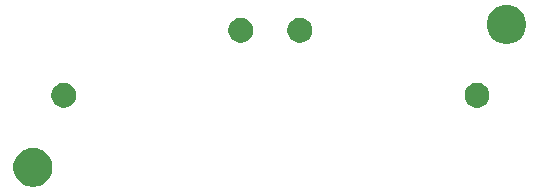
<source format=gbr>
G04 #@! TF.GenerationSoftware,KiCad,Pcbnew,(5.1.5)-3*
G04 #@! TF.CreationDate,2020-05-31T13:11:01+03:00*
G04 #@! TF.ProjectId,voltlog scope shunt,766f6c74-6c6f-4672-9073-636f70652073,rev?*
G04 #@! TF.SameCoordinates,Original*
G04 #@! TF.FileFunction,Soldermask,Bot*
G04 #@! TF.FilePolarity,Negative*
%FSLAX46Y46*%
G04 Gerber Fmt 4.6, Leading zero omitted, Abs format (unit mm)*
G04 Created by KiCad (PCBNEW (5.1.5)-3) date 2020-05-31 13:11:01*
%MOMM*%
%LPD*%
G04 APERTURE LIST*
%ADD10C,0.100000*%
G04 APERTURE END LIST*
D10*
G36*
X114775256Y-92991298D02*
G01*
X114881579Y-93012447D01*
X115182042Y-93136903D01*
X115452451Y-93317585D01*
X115682415Y-93547549D01*
X115863097Y-93817958D01*
X115987553Y-94118421D01*
X116051000Y-94437391D01*
X116051000Y-94762609D01*
X115987553Y-95081579D01*
X115863097Y-95382042D01*
X115682415Y-95652451D01*
X115452451Y-95882415D01*
X115182042Y-96063097D01*
X114881579Y-96187553D01*
X114775256Y-96208702D01*
X114562611Y-96251000D01*
X114237389Y-96251000D01*
X114024744Y-96208702D01*
X113918421Y-96187553D01*
X113617958Y-96063097D01*
X113347549Y-95882415D01*
X113117585Y-95652451D01*
X112936903Y-95382042D01*
X112812447Y-95081579D01*
X112749000Y-94762609D01*
X112749000Y-94437391D01*
X112812447Y-94118421D01*
X112936903Y-93817958D01*
X113117585Y-93547549D01*
X113347549Y-93317585D01*
X113617958Y-93136903D01*
X113918421Y-93012447D01*
X114024744Y-92991298D01*
X114237389Y-92949000D01*
X114562611Y-92949000D01*
X114775256Y-92991298D01*
G37*
G36*
X152306564Y-87489389D02*
G01*
X152497833Y-87568615D01*
X152497835Y-87568616D01*
X152669973Y-87683635D01*
X152816365Y-87830027D01*
X152931385Y-88002167D01*
X153010611Y-88193436D01*
X153051000Y-88396484D01*
X153051000Y-88603516D01*
X153010611Y-88806564D01*
X152931385Y-88997833D01*
X152931384Y-88997835D01*
X152816365Y-89169973D01*
X152669973Y-89316365D01*
X152497835Y-89431384D01*
X152497834Y-89431385D01*
X152497833Y-89431385D01*
X152306564Y-89510611D01*
X152103516Y-89551000D01*
X151896484Y-89551000D01*
X151693436Y-89510611D01*
X151502167Y-89431385D01*
X151502166Y-89431385D01*
X151502165Y-89431384D01*
X151330027Y-89316365D01*
X151183635Y-89169973D01*
X151068616Y-88997835D01*
X151068615Y-88997833D01*
X150989389Y-88806564D01*
X150949000Y-88603516D01*
X150949000Y-88396484D01*
X150989389Y-88193436D01*
X151068615Y-88002167D01*
X151183635Y-87830027D01*
X151330027Y-87683635D01*
X151502165Y-87568616D01*
X151502167Y-87568615D01*
X151693436Y-87489389D01*
X151896484Y-87449000D01*
X152103516Y-87449000D01*
X152306564Y-87489389D01*
G37*
G36*
X117306564Y-87489389D02*
G01*
X117497833Y-87568615D01*
X117497835Y-87568616D01*
X117669973Y-87683635D01*
X117816365Y-87830027D01*
X117931385Y-88002167D01*
X118010611Y-88193436D01*
X118051000Y-88396484D01*
X118051000Y-88603516D01*
X118010611Y-88806564D01*
X117931385Y-88997833D01*
X117931384Y-88997835D01*
X117816365Y-89169973D01*
X117669973Y-89316365D01*
X117497835Y-89431384D01*
X117497834Y-89431385D01*
X117497833Y-89431385D01*
X117306564Y-89510611D01*
X117103516Y-89551000D01*
X116896484Y-89551000D01*
X116693436Y-89510611D01*
X116502167Y-89431385D01*
X116502166Y-89431385D01*
X116502165Y-89431384D01*
X116330027Y-89316365D01*
X116183635Y-89169973D01*
X116068616Y-88997835D01*
X116068615Y-88997833D01*
X115989389Y-88806564D01*
X115949000Y-88603516D01*
X115949000Y-88396484D01*
X115989389Y-88193436D01*
X116068615Y-88002167D01*
X116183635Y-87830027D01*
X116330027Y-87683635D01*
X116502165Y-87568616D01*
X116502167Y-87568615D01*
X116693436Y-87489389D01*
X116896484Y-87449000D01*
X117103516Y-87449000D01*
X117306564Y-87489389D01*
G37*
G36*
X154875256Y-80891298D02*
G01*
X154981579Y-80912447D01*
X155282042Y-81036903D01*
X155552451Y-81217585D01*
X155782415Y-81447549D01*
X155963097Y-81717958D01*
X156075528Y-81989389D01*
X156087553Y-82018422D01*
X156151000Y-82337389D01*
X156151000Y-82662611D01*
X156144868Y-82693436D01*
X156087553Y-82981579D01*
X155963097Y-83282042D01*
X155782415Y-83552451D01*
X155552451Y-83782415D01*
X155282042Y-83963097D01*
X154981579Y-84087553D01*
X154875256Y-84108702D01*
X154662611Y-84151000D01*
X154337389Y-84151000D01*
X154124744Y-84108702D01*
X154018421Y-84087553D01*
X153717958Y-83963097D01*
X153447549Y-83782415D01*
X153217585Y-83552451D01*
X153036903Y-83282042D01*
X152912447Y-82981579D01*
X152855132Y-82693436D01*
X152849000Y-82662611D01*
X152849000Y-82337389D01*
X152912447Y-82018422D01*
X152924473Y-81989389D01*
X153036903Y-81717958D01*
X153217585Y-81447549D01*
X153447549Y-81217585D01*
X153717958Y-81036903D01*
X154018421Y-80912447D01*
X154124744Y-80891298D01*
X154337389Y-80849000D01*
X154662611Y-80849000D01*
X154875256Y-80891298D01*
G37*
G36*
X137306564Y-81989389D02*
G01*
X137497833Y-82068615D01*
X137497835Y-82068616D01*
X137669973Y-82183635D01*
X137816365Y-82330027D01*
X137931385Y-82502167D01*
X138010611Y-82693436D01*
X138051000Y-82896484D01*
X138051000Y-83103516D01*
X138010611Y-83306564D01*
X137931385Y-83497833D01*
X137931384Y-83497835D01*
X137816365Y-83669973D01*
X137669973Y-83816365D01*
X137497835Y-83931384D01*
X137497834Y-83931385D01*
X137497833Y-83931385D01*
X137306564Y-84010611D01*
X137103516Y-84051000D01*
X136896484Y-84051000D01*
X136693436Y-84010611D01*
X136502167Y-83931385D01*
X136502166Y-83931385D01*
X136502165Y-83931384D01*
X136330027Y-83816365D01*
X136183635Y-83669973D01*
X136068616Y-83497835D01*
X136068615Y-83497833D01*
X135989389Y-83306564D01*
X135949000Y-83103516D01*
X135949000Y-82896484D01*
X135989389Y-82693436D01*
X136068615Y-82502167D01*
X136183635Y-82330027D01*
X136330027Y-82183635D01*
X136502165Y-82068616D01*
X136502167Y-82068615D01*
X136693436Y-81989389D01*
X136896484Y-81949000D01*
X137103516Y-81949000D01*
X137306564Y-81989389D01*
G37*
G36*
X132306564Y-81989389D02*
G01*
X132497833Y-82068615D01*
X132497835Y-82068616D01*
X132669973Y-82183635D01*
X132816365Y-82330027D01*
X132931385Y-82502167D01*
X133010611Y-82693436D01*
X133051000Y-82896484D01*
X133051000Y-83103516D01*
X133010611Y-83306564D01*
X132931385Y-83497833D01*
X132931384Y-83497835D01*
X132816365Y-83669973D01*
X132669973Y-83816365D01*
X132497835Y-83931384D01*
X132497834Y-83931385D01*
X132497833Y-83931385D01*
X132306564Y-84010611D01*
X132103516Y-84051000D01*
X131896484Y-84051000D01*
X131693436Y-84010611D01*
X131502167Y-83931385D01*
X131502166Y-83931385D01*
X131502165Y-83931384D01*
X131330027Y-83816365D01*
X131183635Y-83669973D01*
X131068616Y-83497835D01*
X131068615Y-83497833D01*
X130989389Y-83306564D01*
X130949000Y-83103516D01*
X130949000Y-82896484D01*
X130989389Y-82693436D01*
X131068615Y-82502167D01*
X131183635Y-82330027D01*
X131330027Y-82183635D01*
X131502165Y-82068616D01*
X131502167Y-82068615D01*
X131693436Y-81989389D01*
X131896484Y-81949000D01*
X132103516Y-81949000D01*
X132306564Y-81989389D01*
G37*
M02*

</source>
